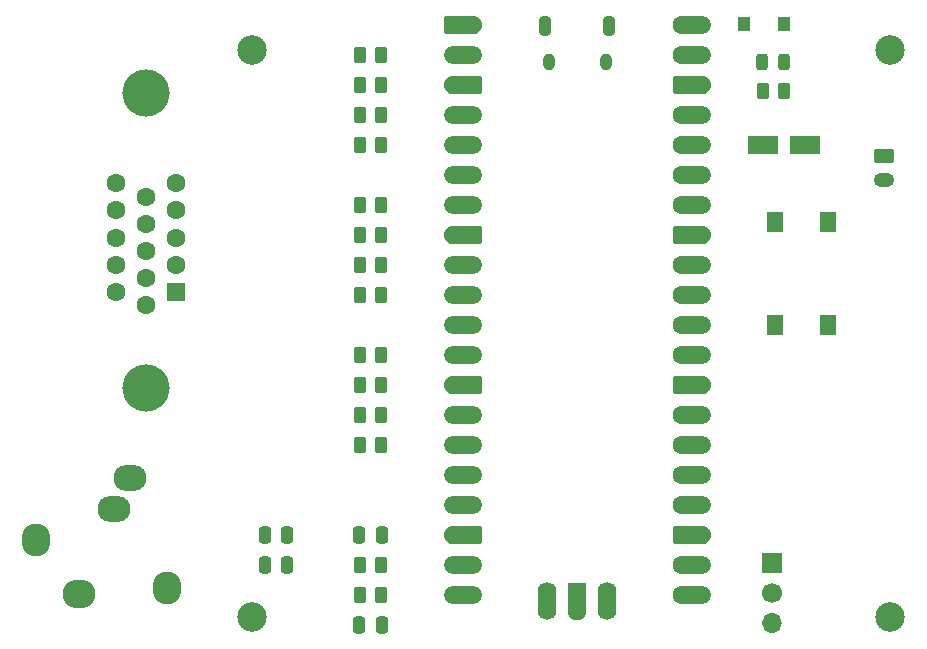
<source format=gbr>
%TF.GenerationSoftware,KiCad,Pcbnew,9.0.4*%
%TF.CreationDate,2025-09-20T17:35:25+02:00*%
%TF.ProjectId,demoboard,64656d6f-626f-4617-9264-2e6b69636164,-*%
%TF.SameCoordinates,PX6422c40PY7cee6c0*%
%TF.FileFunction,Soldermask,Top*%
%TF.FilePolarity,Negative*%
%FSLAX46Y46*%
G04 Gerber Fmt 4.6, Leading zero omitted, Abs format (unit mm)*
G04 Created by KiCad (PCBNEW 9.0.4) date 2025-09-20 17:35:25*
%MOMM*%
%LPD*%
G01*
G04 APERTURE LIST*
G04 Aperture macros list*
%AMRoundRect*
0 Rectangle with rounded corners*
0 $1 Rounding radius*
0 $2 $3 $4 $5 $6 $7 $8 $9 X,Y pos of 4 corners*
0 Add a 4 corners polygon primitive as box body*
4,1,4,$2,$3,$4,$5,$6,$7,$8,$9,$2,$3,0*
0 Add four circle primitives for the rounded corners*
1,1,$1+$1,$2,$3*
1,1,$1+$1,$4,$5*
1,1,$1+$1,$6,$7*
1,1,$1+$1,$8,$9*
0 Add four rect primitives between the rounded corners*
20,1,$1+$1,$2,$3,$4,$5,0*
20,1,$1+$1,$4,$5,$6,$7,0*
20,1,$1+$1,$6,$7,$8,$9,0*
20,1,$1+$1,$8,$9,$2,$3,0*%
%AMHorizOval*
0 Thick line with rounded ends*
0 $1 width*
0 $2 $3 position (X,Y) of the first rounded end (center of the circle)*
0 $4 $5 position (X,Y) of the second rounded end (center of the circle)*
0 Add line between two ends*
20,1,$1,$2,$3,$4,$5,0*
0 Add two circle primitives to create the rounded ends*
1,1,$1,$2,$3*
1,1,$1,$4,$5*%
%AMFreePoly0*
4,1,37,0.800000,0.796148,0.878414,0.796148,1.032228,0.765552,1.177117,0.705537,1.307515,0.618408,1.418408,0.507515,1.505537,0.377117,1.565552,0.232228,1.596148,0.078414,1.596148,-0.078414,1.565552,-0.232228,1.505537,-0.377117,1.418408,-0.507515,1.307515,-0.618408,1.177117,-0.705537,1.032228,-0.765552,0.878414,-0.796148,0.800000,-0.796148,0.800000,-0.800000,-1.400000,-0.800000,
-1.403843,-0.796157,-1.439018,-0.796157,-1.511114,-0.766294,-1.566294,-0.711114,-1.596157,-0.639018,-1.596157,-0.603843,-1.600000,-0.600000,-1.600000,0.600000,-1.596157,0.603843,-1.596157,0.639018,-1.566294,0.711114,-1.511114,0.766294,-1.439018,0.796157,-1.403843,0.796157,-1.400000,0.800000,0.800000,0.800000,0.800000,0.796148,0.800000,0.796148,$1*%
%AMFreePoly1*
4,1,37,1.403843,0.796157,1.439018,0.796157,1.511114,0.766294,1.566294,0.711114,1.596157,0.639018,1.596157,0.603843,1.600000,0.600000,1.600000,-0.600000,1.596157,-0.603843,1.596157,-0.639018,1.566294,-0.711114,1.511114,-0.766294,1.439018,-0.796157,1.403843,-0.796157,1.400000,-0.800000,-0.800000,-0.800000,-0.800000,-0.796148,-0.878414,-0.796148,-1.032228,-0.765552,-1.177117,-0.705537,
-1.307515,-0.618408,-1.418408,-0.507515,-1.505537,-0.377117,-1.565552,-0.232228,-1.596148,-0.078414,-1.596148,0.078414,-1.565552,0.232228,-1.505537,0.377117,-1.418408,0.507515,-1.307515,0.618408,-1.177117,0.705537,-1.032228,0.765552,-0.878414,0.796148,-0.800000,0.796148,-0.800000,0.800000,1.400000,0.800000,1.403843,0.796157,1.403843,0.796157,$1*%
%AMFreePoly2*
4,1,37,1.600000,0.796148,1.678414,0.796148,1.832228,0.765552,1.977117,0.705537,2.107515,0.618408,2.218408,0.507515,2.305537,0.377117,2.365552,0.232228,2.396148,0.078414,2.396148,-0.078414,2.365552,-0.232228,2.305537,-0.377117,2.218408,-0.507515,2.107515,-0.618408,1.977117,-0.705537,1.832228,-0.765552,1.678414,-0.796148,1.600000,-0.796148,1.600000,-0.800000,-0.600000,-0.800000,
-0.603843,-0.796157,-0.639018,-0.796157,-0.711114,-0.766294,-0.766294,-0.711114,-0.796157,-0.639018,-0.796157,-0.603843,-0.800000,-0.600000,-0.800000,0.600000,-0.796157,0.603843,-0.796157,0.639018,-0.766294,0.711114,-0.711114,0.766294,-0.639018,0.796157,-0.603843,0.796157,-0.600000,0.800000,1.600000,0.800000,1.600000,0.796148,1.600000,0.796148,$1*%
G04 Aperture macros list end*
%ADD10RoundRect,0.250000X0.262500X0.450000X-0.262500X0.450000X-0.262500X-0.450000X0.262500X-0.450000X0*%
%ADD11R,1.100000X1.300000*%
%ADD12O,2.800000X2.400000*%
%ADD13O,2.800000X2.200000*%
%ADD14O,2.400000X2.800000*%
%ADD15RoundRect,0.250000X-0.250000X-0.475000X0.250000X-0.475000X0.250000X0.475000X-0.250000X0.475000X0*%
%ADD16RoundRect,0.250000X0.250000X0.475000X-0.250000X0.475000X-0.250000X-0.475000X0.250000X-0.475000X0*%
%ADD17R,1.400000X1.700000*%
%ADD18C,2.500000*%
%ADD19RoundRect,0.250000X-0.262500X-0.450000X0.262500X-0.450000X0.262500X0.450000X-0.262500X0.450000X0*%
%ADD20RoundRect,0.243750X-0.243750X-0.456250X0.243750X-0.456250X0.243750X0.456250X-0.243750X0.456250X0*%
%ADD21R,1.700000X1.700000*%
%ADD22HorizOval,1.700000X0.000000X0.000000X0.000000X0.000000X0*%
%ADD23O,1.700000X1.700000*%
%ADD24RoundRect,0.250000X-0.625000X0.350000X-0.625000X-0.350000X0.625000X-0.350000X0.625000X0.350000X0*%
%ADD25O,1.750000X1.200000*%
%ADD26RoundRect,0.250000X-1.050000X-0.550000X1.050000X-0.550000X1.050000X0.550000X-1.050000X0.550000X0*%
%ADD27C,4.000000*%
%ADD28R,1.600000X1.600000*%
%ADD29C,1.600000*%
%ADD30O,1.100000X1.800000*%
%ADD31O,1.050000X1.450000*%
%ADD32FreePoly0,0.000000*%
%ADD33RoundRect,0.800000X-0.800000X-0.000010X0.800000X-0.000010X0.800000X0.000010X-0.800000X0.000010X0*%
%ADD34FreePoly1,0.000000*%
%ADD35RoundRect,0.800000X0.000010X-0.800000X0.000010X0.800000X-0.000010X0.800000X-0.000010X-0.800000X0*%
%ADD36FreePoly2,270.000000*%
G04 APERTURE END LIST*
D10*
%TO.C,R8*%
X30912500Y31270000D03*
X29087500Y31270000D03*
%TD*%
%TO.C,R6*%
X30912500Y36350000D03*
X29087500Y36350000D03*
%TD*%
%TO.C,R7*%
X30912500Y33810000D03*
X29087500Y33810000D03*
%TD*%
D11*
%TO.C,D2*%
X61600000Y54200000D03*
X65000000Y54200000D03*
%TD*%
D12*
%TO.C,J4*%
X5300000Y5925000D03*
D13*
X9600000Y15750000D03*
D14*
X1700000Y10500000D03*
X12800000Y6450000D03*
D13*
X8300000Y13075000D03*
%TD*%
D10*
%TO.C,R11*%
X30912500Y21110000D03*
X29087500Y21110000D03*
%TD*%
D15*
%TO.C,C3*%
X29050000Y3330000D03*
X30950000Y3330000D03*
%TD*%
D10*
%TO.C,R2*%
X30912500Y49050000D03*
X29087500Y49050000D03*
%TD*%
D16*
%TO.C,C5*%
X22950000Y10950000D03*
X21050000Y10950000D03*
%TD*%
%TO.C,C4*%
X22950000Y8410000D03*
X21050000Y8410000D03*
%TD*%
D17*
%TO.C,SW1*%
X64250000Y28730000D03*
X64250000Y37430000D03*
X68750000Y28730000D03*
X68750000Y37430000D03*
%TD*%
D10*
%TO.C,R13*%
X30912500Y8410000D03*
X29087500Y8410000D03*
%TD*%
D18*
%TO.C,H2*%
X74000000Y52000000D03*
%TD*%
D19*
%TO.C,R15*%
X63200000Y48500000D03*
X65025000Y48500000D03*
%TD*%
D10*
%TO.C,R3*%
X30912500Y46510000D03*
X29087500Y46510000D03*
%TD*%
%TO.C,R5*%
X30912500Y38890000D03*
X29087500Y38890000D03*
%TD*%
D20*
%TO.C,D1*%
X63175000Y51000000D03*
X65050000Y51000000D03*
%TD*%
D10*
%TO.C,R4*%
X30912500Y43970000D03*
X29087500Y43970000D03*
%TD*%
D15*
%TO.C,C2*%
X29050000Y10950000D03*
X30950000Y10950000D03*
%TD*%
D10*
%TO.C,R12*%
X30912500Y18570000D03*
X29087500Y18570000D03*
%TD*%
D18*
%TO.C,H4*%
X74000000Y4000000D03*
%TD*%
%TO.C,H1*%
X20000000Y52000000D03*
%TD*%
%TO.C,H3*%
X20000000Y4000000D03*
%TD*%
D21*
%TO.C,J2*%
X64000000Y8500000D03*
D22*
X64000000Y5960000D03*
D23*
X64000000Y3420000D03*
%TD*%
D24*
%TO.C,J3*%
X73500000Y43000000D03*
D25*
X73500000Y41000000D03*
%TD*%
D10*
%TO.C,R9*%
X30912500Y26190000D03*
X29087500Y26190000D03*
%TD*%
D26*
%TO.C,C1*%
X63200000Y43970000D03*
X66800000Y43970000D03*
%TD*%
D27*
%TO.C,J1*%
X10960000Y48335000D03*
X10960000Y23335000D03*
D28*
X13500000Y31520000D03*
D29*
X13500000Y33810000D03*
X13500000Y36100000D03*
X13500000Y38390000D03*
X13500000Y40680000D03*
X10960000Y30375000D03*
X10960000Y32665000D03*
X10960000Y34955000D03*
X10960000Y37245000D03*
X10960000Y39535000D03*
X8420000Y31520000D03*
X8420000Y33810000D03*
X8420000Y36100000D03*
X8420000Y38390000D03*
X8420000Y40680000D03*
%TD*%
D10*
%TO.C,R14*%
X30912500Y5870000D03*
X29087500Y5870000D03*
%TD*%
D30*
%TO.C,U1*%
X44775000Y54000000D03*
D31*
X45075000Y50970000D03*
X49925000Y50970000D03*
D30*
X50225000Y54000000D03*
D32*
X37810000Y54130000D03*
D29*
X38610000Y54130000D03*
D33*
X37810000Y51590000D03*
D29*
X38610000Y51590000D03*
D34*
X37810000Y49050000D03*
D29*
X38610000Y49050000D03*
D33*
X37810000Y46510000D03*
D29*
X38610000Y46510000D03*
D33*
X37810000Y43970000D03*
D29*
X38610000Y43970000D03*
D33*
X37810000Y41430000D03*
D29*
X38610000Y41430000D03*
D33*
X37810000Y38890000D03*
D29*
X38610000Y38890000D03*
D34*
X37810000Y36350000D03*
D29*
X38610000Y36350000D03*
D33*
X37810000Y33810000D03*
D29*
X38610000Y33810000D03*
D33*
X37810000Y31270000D03*
D29*
X38610000Y31270000D03*
D33*
X37810000Y28730000D03*
D29*
X38610000Y28730000D03*
D33*
X37810000Y26190000D03*
D29*
X38610000Y26190000D03*
D34*
X37810000Y23650000D03*
D29*
X38610000Y23650000D03*
D33*
X37810000Y21110000D03*
D29*
X38610000Y21110000D03*
D33*
X37810000Y18570000D03*
D29*
X38610000Y18570000D03*
D33*
X37810000Y16030000D03*
D29*
X38610000Y16030000D03*
D33*
X37810000Y13490000D03*
D29*
X38610000Y13490000D03*
D34*
X37810000Y10950000D03*
D29*
X38610000Y10950000D03*
D33*
X37810000Y8410000D03*
D29*
X38610000Y8410000D03*
D33*
X37810000Y5870000D03*
D29*
X38610000Y5870000D03*
X56390000Y5870000D03*
D33*
X57190000Y5870000D03*
D29*
X56390000Y8410000D03*
D33*
X57190000Y8410000D03*
D29*
X56390000Y10950000D03*
D32*
X57190000Y10950000D03*
D29*
X56390000Y13490000D03*
D33*
X57190000Y13490000D03*
D29*
X56390000Y16030000D03*
D33*
X57190000Y16030000D03*
D29*
X56390000Y18570000D03*
D33*
X57190000Y18570000D03*
D29*
X56390000Y21110000D03*
D33*
X57190000Y21110000D03*
D29*
X56390000Y23650000D03*
D32*
X57190000Y23650000D03*
D29*
X56390000Y26190000D03*
D33*
X57190000Y26190000D03*
D29*
X56390000Y28730000D03*
D33*
X57190000Y28730000D03*
D29*
X56390000Y31270000D03*
D33*
X57190000Y31270000D03*
D29*
X56390000Y33810000D03*
D33*
X57190000Y33810000D03*
D29*
X56390000Y36350000D03*
D32*
X57190000Y36350000D03*
D29*
X56390000Y38890000D03*
D33*
X57190000Y38890000D03*
D29*
X56390000Y41430000D03*
D33*
X57190000Y41430000D03*
D29*
X56390000Y43970000D03*
D33*
X57190000Y43970000D03*
D29*
X56390000Y46510000D03*
D33*
X57190000Y46510000D03*
D29*
X56390000Y49050000D03*
D32*
X57190000Y49050000D03*
D29*
X56390000Y51590000D03*
D33*
X57190000Y51590000D03*
D29*
X56390000Y54130000D03*
D33*
X57190000Y54130000D03*
D29*
X44960000Y6100000D03*
D35*
X44960000Y5300000D03*
D29*
X47500000Y6100000D03*
D36*
X47500000Y6100000D03*
D29*
X50040000Y6100000D03*
D35*
X50040000Y5300000D03*
%TD*%
D10*
%TO.C,R1*%
X30912500Y51590000D03*
X29087500Y51590000D03*
%TD*%
%TO.C,R10*%
X30912500Y23650000D03*
X29087500Y23650000D03*
%TD*%
M02*

</source>
